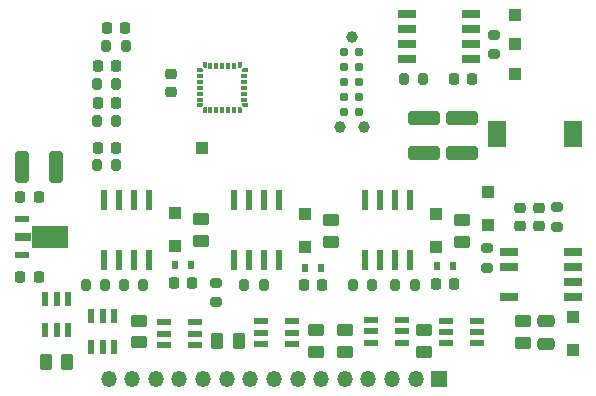
<source format=gbr>
%TF.GenerationSoftware,KiCad,Pcbnew,7.0.5*%
%TF.CreationDate,2023-08-21T12:06:50+01:00*%
%TF.ProjectId,ESC_Control_Board_STM32G071_V2,4553435f-436f-46e7-9472-6f6c5f426f61,rev?*%
%TF.SameCoordinates,Original*%
%TF.FileFunction,Soldermask,Top*%
%TF.FilePolarity,Negative*%
%FSLAX46Y46*%
G04 Gerber Fmt 4.6, Leading zero omitted, Abs format (unit mm)*
G04 Created by KiCad (PCBNEW 7.0.5) date 2023-08-21 12:06:50*
%MOMM*%
%LPD*%
G01*
G04 APERTURE LIST*
G04 Aperture macros list*
%AMRoundRect*
0 Rectangle with rounded corners*
0 $1 Rounding radius*
0 $2 $3 $4 $5 $6 $7 $8 $9 X,Y pos of 4 corners*
0 Add a 4 corners polygon primitive as box body*
4,1,4,$2,$3,$4,$5,$6,$7,$8,$9,$2,$3,0*
0 Add four circle primitives for the rounded corners*
1,1,$1+$1,$2,$3*
1,1,$1+$1,$4,$5*
1,1,$1+$1,$6,$7*
1,1,$1+$1,$8,$9*
0 Add four rect primitives between the rounded corners*
20,1,$1+$1,$2,$3,$4,$5,0*
20,1,$1+$1,$4,$5,$6,$7,0*
20,1,$1+$1,$6,$7,$8,$9,0*
20,1,$1+$1,$8,$9,$2,$3,0*%
%AMFreePoly0*
4,1,6,0.152400,-0.104000,0.002400,-0.254000,-0.152400,-0.254000,-0.152400,0.254000,0.152400,0.254000,0.152400,-0.104000,0.152400,-0.104000,$1*%
%AMFreePoly1*
4,1,6,0.152400,-0.254000,-0.002400,-0.254000,-0.152400,-0.104000,-0.152400,0.254000,0.152400,0.254000,0.152400,-0.254000,0.152400,-0.254000,$1*%
%AMFreePoly2*
4,1,6,0.152400,-0.254000,-0.152400,-0.254000,-0.152400,0.104000,-0.002400,0.254000,0.152400,0.254000,0.152400,-0.254000,0.152400,-0.254000,$1*%
%AMFreePoly3*
4,1,6,0.152400,0.104000,0.152400,-0.254000,-0.152400,-0.254000,-0.152400,0.254000,0.002400,0.254000,0.152400,0.104000,0.152400,0.104000,$1*%
G04 Aperture macros list end*
%ADD10FreePoly0,90.000000*%
%ADD11R,0.558800X0.304800*%
%ADD12FreePoly1,90.000000*%
%ADD13FreePoly2,0.000000*%
%ADD14R,0.304800X0.558800*%
%ADD15FreePoly3,0.000000*%
%ADD16FreePoly2,90.000000*%
%ADD17FreePoly3,90.000000*%
%ADD18FreePoly0,0.000000*%
%ADD19FreePoly1,0.000000*%
%ADD20R,1.500000X0.650000*%
%ADD21R,1.300000X0.550000*%
%ADD22R,1.475000X0.800000*%
%ADD23R,3.125000X1.850000*%
%ADD24R,1.000000X1.000000*%
%ADD25C,0.990600*%
%ADD26C,0.787400*%
%ADD27RoundRect,0.250000X-0.475000X0.250000X-0.475000X-0.250000X0.475000X-0.250000X0.475000X0.250000X0*%
%ADD28R,1.100000X1.100000*%
%ADD29RoundRect,0.200000X0.275000X-0.200000X0.275000X0.200000X-0.275000X0.200000X-0.275000X-0.200000X0*%
%ADD30RoundRect,0.200000X0.200000X0.275000X-0.200000X0.275000X-0.200000X-0.275000X0.200000X-0.275000X0*%
%ADD31RoundRect,0.225000X-0.225000X-0.250000X0.225000X-0.250000X0.225000X0.250000X-0.225000X0.250000X0*%
%ADD32RoundRect,0.225000X0.250000X-0.225000X0.250000X0.225000X-0.250000X0.225000X-0.250000X-0.225000X0*%
%ADD33RoundRect,0.250000X-0.262500X-0.450000X0.262500X-0.450000X0.262500X0.450000X-0.262500X0.450000X0*%
%ADD34RoundRect,0.225000X0.225000X0.250000X-0.225000X0.250000X-0.225000X-0.250000X0.225000X-0.250000X0*%
%ADD35RoundRect,0.250000X0.450000X-0.262500X0.450000X0.262500X-0.450000X0.262500X-0.450000X-0.262500X0*%
%ADD36R,1.150000X0.600000*%
%ADD37R,0.600000X0.700000*%
%ADD38R,0.600000X1.750000*%
%ADD39RoundRect,0.250000X0.325000X1.100000X-0.325000X1.100000X-0.325000X-1.100000X0.325000X-1.100000X0*%
%ADD40RoundRect,0.250000X-0.450000X0.262500X-0.450000X-0.262500X0.450000X-0.262500X0.450000X0.262500X0*%
%ADD41RoundRect,0.200000X-0.200000X-0.275000X0.200000X-0.275000X0.200000X0.275000X-0.200000X0.275000X0*%
%ADD42R,0.600000X1.150000*%
%ADD43RoundRect,0.250000X-1.100000X0.325000X-1.100000X-0.325000X1.100000X-0.325000X1.100000X0.325000X0*%
%ADD44R,1.350000X1.350000*%
%ADD45O,1.350000X1.350000*%
%ADD46R,1.500000X2.200000*%
%ADD47RoundRect,0.200000X-0.275000X0.200000X-0.275000X-0.200000X0.275000X-0.200000X0.275000X0.200000X0*%
%ADD48RoundRect,0.225000X-0.250000X0.225000X-0.250000X-0.225000X0.250000X-0.225000X0.250000X0.225000X0*%
G04 APERTURE END LIST*
D10*
%TO.C,U11*%
X125425000Y-53775000D03*
D11*
X125450000Y-54274999D03*
X125450000Y-54775001D03*
X125450000Y-55275000D03*
X125450000Y-55774999D03*
X125450000Y-56275001D03*
D12*
X125425000Y-56775000D03*
D13*
X125825000Y-57175000D03*
D14*
X126324999Y-57150000D03*
X126825001Y-57150000D03*
X127325000Y-57150000D03*
X127824999Y-57150000D03*
X128325001Y-57150000D03*
D15*
X128825000Y-57175000D03*
D16*
X129225000Y-56775000D03*
D11*
X129200000Y-56275001D03*
X129200000Y-55774999D03*
X129200000Y-55275000D03*
X129200000Y-54775001D03*
X129200000Y-54274999D03*
D17*
X129225000Y-53775000D03*
D18*
X128825000Y-53375000D03*
D14*
X128325001Y-53400000D03*
X127824999Y-53400000D03*
X127325000Y-53400000D03*
X126825001Y-53400000D03*
X126324999Y-53400000D03*
D19*
X125825000Y-53375000D03*
%TD*%
D20*
%TO.C,IC5*%
X148400000Y-52805000D03*
X148400000Y-51535000D03*
X148400000Y-50265000D03*
X148400000Y-48995000D03*
X143000000Y-48995000D03*
X143000000Y-50265000D03*
X143000000Y-51535000D03*
X143000000Y-52805000D03*
%TD*%
D21*
%TO.C,IC4*%
X110356000Y-66400000D03*
D22*
X110444000Y-67900000D03*
D21*
X110356000Y-69400000D03*
D23*
X112744000Y-67900000D03*
%TD*%
D20*
%TO.C,U10*%
X151600000Y-69195000D03*
X151600000Y-70465000D03*
X151600000Y-73005000D03*
X157000000Y-73005000D03*
X157000000Y-71735000D03*
X157000000Y-70465000D03*
X157000000Y-69195000D03*
%TD*%
D24*
%TO.C,J3*%
X125600000Y-60380000D03*
%TD*%
D25*
%TO.C,J1*%
X138300000Y-50990000D03*
X139316000Y-58610000D03*
X137284000Y-58610000D03*
D26*
X137665000Y-52260000D03*
X137665000Y-53530000D03*
X137665000Y-54800000D03*
X137665000Y-56070000D03*
X137665000Y-57340000D03*
X138935000Y-57340000D03*
X138935000Y-56070000D03*
X138935000Y-54800000D03*
X138935000Y-53530000D03*
X138935000Y-52260000D03*
%TD*%
D27*
%TO.C,C11*%
X154700000Y-75050000D03*
X154700000Y-76950000D03*
%TD*%
D24*
%TO.C,J2*%
X152100000Y-49100000D03*
X152100000Y-51600000D03*
X152100000Y-54100000D03*
%TD*%
D28*
%TO.C,D7*%
X157000000Y-74700000D03*
X157000000Y-77500000D03*
%TD*%
D29*
%TO.C,R23*%
X150300000Y-52425000D03*
X150300000Y-50775000D03*
%TD*%
D30*
%TO.C,R14*%
X118365000Y-58110000D03*
X116715000Y-58110000D03*
%TD*%
D31*
%TO.C,C7*%
X134225000Y-72000000D03*
X135775000Y-72000000D03*
%TD*%
D30*
%TO.C,R20*%
X116715000Y-54920000D03*
X118365000Y-54920000D03*
%TD*%
D28*
%TO.C,D8*%
X149800000Y-66900000D03*
X149800000Y-64100000D03*
%TD*%
D30*
%TO.C,R18*%
X116715002Y-61850000D03*
X118365002Y-61850000D03*
%TD*%
D28*
%TO.C,D3*%
X123300000Y-68700000D03*
X123300000Y-65900000D03*
%TD*%
D32*
%TO.C,C17*%
X154100000Y-66975000D03*
X154100000Y-65425000D03*
%TD*%
D30*
%TO.C,R5*%
X130825000Y-72000000D03*
X129175000Y-72000000D03*
%TD*%
D33*
%TO.C,R10*%
X126887500Y-76700000D03*
X128712500Y-76700000D03*
%TD*%
D34*
%TO.C,C12*%
X118314998Y-56610000D03*
X116764998Y-56610000D03*
%TD*%
D28*
%TO.C,D2*%
X134300000Y-68800000D03*
X134300000Y-66000000D03*
%TD*%
D29*
%TO.C,R15*%
X155700000Y-67025000D03*
X155700000Y-65375000D03*
%TD*%
D32*
%TO.C,C18*%
X152500000Y-66975000D03*
X152500000Y-65425000D03*
%TD*%
D31*
%TO.C,C8*%
X123225000Y-71800000D03*
X124775000Y-71800000D03*
%TD*%
D35*
%TO.C,R21*%
X147600000Y-68312500D03*
X147600000Y-66487500D03*
%TD*%
D36*
%TO.C,U5*%
X142500000Y-76850000D03*
X142500000Y-75900000D03*
X142500000Y-74950000D03*
X139900000Y-74950000D03*
X139900000Y-75900000D03*
X139900000Y-76850000D03*
%TD*%
D34*
%TO.C,C24*%
X148475000Y-54500000D03*
X146925000Y-54500000D03*
%TD*%
D35*
%TO.C,R17*%
X125500000Y-68212500D03*
X125500000Y-66387500D03*
%TD*%
D37*
%TO.C,D4*%
X145500000Y-70400000D03*
X146900000Y-70400000D03*
%TD*%
D29*
%TO.C,R16*%
X149700000Y-70525000D03*
X149700000Y-68875000D03*
%TD*%
D36*
%TO.C,U6*%
X130600000Y-75050000D03*
X130600000Y-76000000D03*
X130600000Y-76950000D03*
X133200000Y-76950000D03*
X133200000Y-76000000D03*
X133200000Y-75050000D03*
%TD*%
D34*
%TO.C,C21*%
X116765000Y-60350000D03*
X118315000Y-60350000D03*
%TD*%
D30*
%TO.C,R3*%
X117425000Y-72000000D03*
X115775000Y-72000000D03*
%TD*%
D38*
%TO.C,U3*%
X121105000Y-64750000D03*
X119835000Y-64750000D03*
X118565000Y-64750000D03*
X117295000Y-64750000D03*
X117295000Y-69850000D03*
X118565000Y-69850000D03*
X119835000Y-69850000D03*
X121105000Y-69850000D03*
%TD*%
D39*
%TO.C,C16*%
X113275000Y-62000000D03*
X110325000Y-62000000D03*
%TD*%
D38*
%TO.C,U2*%
X132105000Y-64750000D03*
X130835000Y-64750000D03*
X129565000Y-64750000D03*
X128295000Y-64750000D03*
X128295000Y-69850000D03*
X129565000Y-69850000D03*
X130835000Y-69850000D03*
X132105000Y-69850000D03*
%TD*%
D30*
%TO.C,R6*%
X120625000Y-72000000D03*
X118975000Y-72000000D03*
%TD*%
D34*
%TO.C,C22*%
X116765003Y-53419999D03*
X118315003Y-53419999D03*
%TD*%
D40*
%TO.C,R13*%
X152750000Y-75062500D03*
X152750000Y-76887500D03*
%TD*%
D34*
%TO.C,C14*%
X111775000Y-64500000D03*
X110225000Y-64500000D03*
%TD*%
D30*
%TO.C,R22*%
X119155000Y-51740000D03*
X117505000Y-51740000D03*
%TD*%
D34*
%TO.C,C23*%
X119104999Y-50240001D03*
X117554999Y-50240001D03*
%TD*%
D40*
%TO.C,R8*%
X137700000Y-75787500D03*
X137700000Y-77612500D03*
%TD*%
D41*
%TO.C,R1*%
X138375000Y-72000000D03*
X140025000Y-72000000D03*
%TD*%
D37*
%TO.C,D5*%
X134300000Y-70500000D03*
X135700000Y-70500000D03*
%TD*%
D42*
%TO.C,U9*%
X114250000Y-73200000D03*
X113300000Y-73200000D03*
X112350000Y-73200000D03*
X112350000Y-75800000D03*
X113300000Y-75800000D03*
X114250000Y-75800000D03*
%TD*%
D40*
%TO.C,R9*%
X135300000Y-75787500D03*
X135300000Y-77612500D03*
%TD*%
D31*
%TO.C,C6*%
X145415000Y-71870000D03*
X146965000Y-71870000D03*
%TD*%
D40*
%TO.C,R7*%
X144400000Y-75787500D03*
X144400000Y-77612500D03*
%TD*%
%TO.C,R11*%
X120300000Y-74987500D03*
X120300000Y-76812500D03*
%TD*%
D41*
%TO.C,R4*%
X141975000Y-72000000D03*
X143625000Y-72000000D03*
%TD*%
D35*
%TO.C,R19*%
X136500000Y-68312500D03*
X136500000Y-66487500D03*
%TD*%
D36*
%TO.C,U4*%
X148860000Y-76890000D03*
X148860000Y-75940000D03*
X148860000Y-74990000D03*
X146260000Y-74990000D03*
X146260000Y-75940000D03*
X146260000Y-76890000D03*
%TD*%
D43*
%TO.C,C19*%
X144400000Y-57825000D03*
X144400000Y-60775000D03*
%TD*%
D44*
%TO.C,J6*%
X145700000Y-79900000D03*
D45*
X143700000Y-79900000D03*
X141700000Y-79900000D03*
X139700000Y-79900000D03*
X137700000Y-79900000D03*
X135700000Y-79900000D03*
X133700000Y-79900000D03*
X131700000Y-79900000D03*
X129700000Y-79900000D03*
X127700000Y-79900000D03*
X125700000Y-79900000D03*
X123700000Y-79900000D03*
X121700000Y-79900000D03*
X119700000Y-79900000D03*
X117700000Y-79900000D03*
%TD*%
D46*
%TO.C,L1*%
X157000000Y-59200000D03*
X150600000Y-59200000D03*
%TD*%
D47*
%TO.C,R2*%
X126800000Y-71775000D03*
X126800000Y-73425000D03*
%TD*%
D42*
%TO.C,U8*%
X118150000Y-74600000D03*
X117200000Y-74600000D03*
X116250000Y-74600000D03*
X116250000Y-77200000D03*
X117200000Y-77200000D03*
X118150000Y-77200000D03*
%TD*%
D36*
%TO.C,U7*%
X122400000Y-75150000D03*
X122400000Y-76100000D03*
X122400000Y-77050000D03*
X125000000Y-77050000D03*
X125000000Y-76100000D03*
X125000000Y-75150000D03*
%TD*%
D38*
%TO.C,U1*%
X143205000Y-64750000D03*
X141935000Y-64750000D03*
X140665000Y-64750000D03*
X139395000Y-64750000D03*
X139395000Y-69850000D03*
X140665000Y-69850000D03*
X141935000Y-69850000D03*
X143205000Y-69850000D03*
%TD*%
D30*
%TO.C,R24*%
X144325000Y-54500000D03*
X142675000Y-54500000D03*
%TD*%
D43*
%TO.C,C20*%
X147650000Y-57825000D03*
X147650000Y-60775000D03*
%TD*%
D33*
%TO.C,R12*%
X112387500Y-78500000D03*
X114212500Y-78500000D03*
%TD*%
D28*
%TO.C,D1*%
X145400000Y-68800000D03*
X145400000Y-66000000D03*
%TD*%
D37*
%TO.C,D6*%
X123300000Y-70300000D03*
X124700000Y-70300000D03*
%TD*%
D31*
%TO.C,C10*%
X110225000Y-71300000D03*
X111775000Y-71300000D03*
%TD*%
D48*
%TO.C,C5*%
X122975000Y-54100000D03*
X122975000Y-55650000D03*
%TD*%
M02*

</source>
